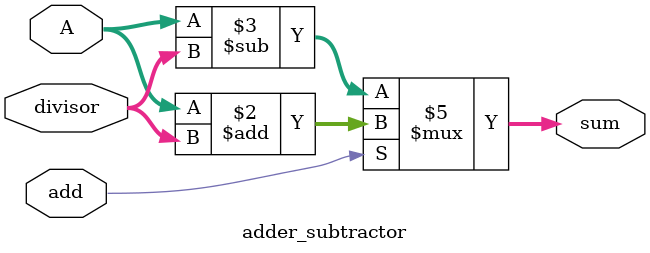
<source format=v>
module adder_subtractor (
    input [16:0] A,
    input [15:0] divisor,
    input add,
    output reg [16:0] sum
);

always @(A or divisor or add) begin
    if(add) begin
        sum = A + divisor; // Perform addition
    end else begin
        sum = A - divisor; // Perform subtraction
    end
end
    
endmodule
</source>
